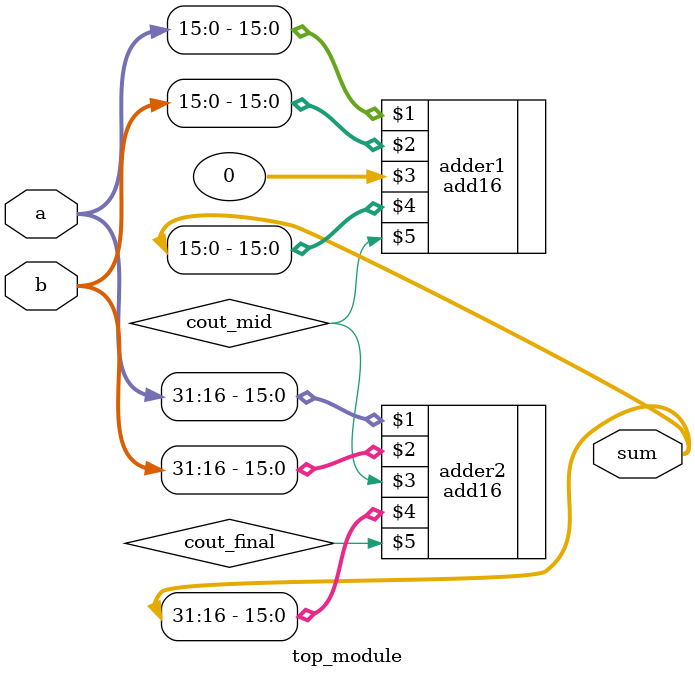
<source format=sv>
module top_module(
    input [31:0] a,
    input [31:0] b,
    output [31:0] sum
);
     wire cout_mid, cout_final;
    add16 adder1(a[15:0], b[15:0], 0, sum[15:0], cout_mid);
    add16 adder2(a[31:16], b[31:16], cout_mid, sum[31:16], cout_final);

endmodule

</source>
